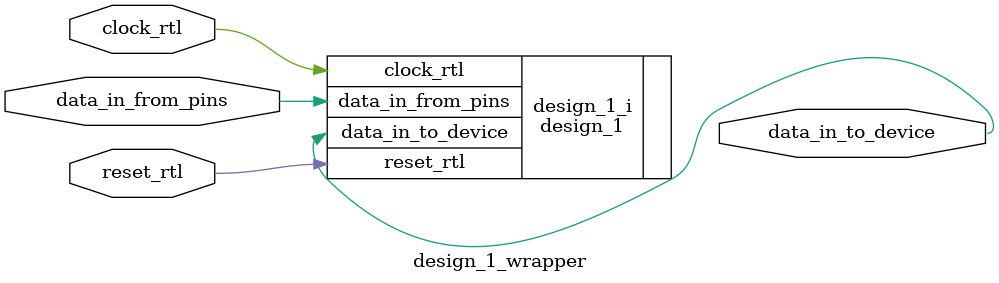
<source format=v>
`timescale 1 ps / 1 ps

module design_1_wrapper
   (clock_rtl,
    data_in_from_pins,
    data_in_to_device,
    reset_rtl);
  input clock_rtl;
  input [0:0]data_in_from_pins;
  output [0:0]data_in_to_device;
  input reset_rtl;

  wire clock_rtl;
  wire [0:0]data_in_from_pins;
  wire [0:0]data_in_to_device;
  wire reset_rtl;

design_1 design_1_i
       (.clock_rtl(clock_rtl),
        .data_in_from_pins(data_in_from_pins),
        .data_in_to_device(data_in_to_device),
        .reset_rtl(reset_rtl));
endmodule

</source>
